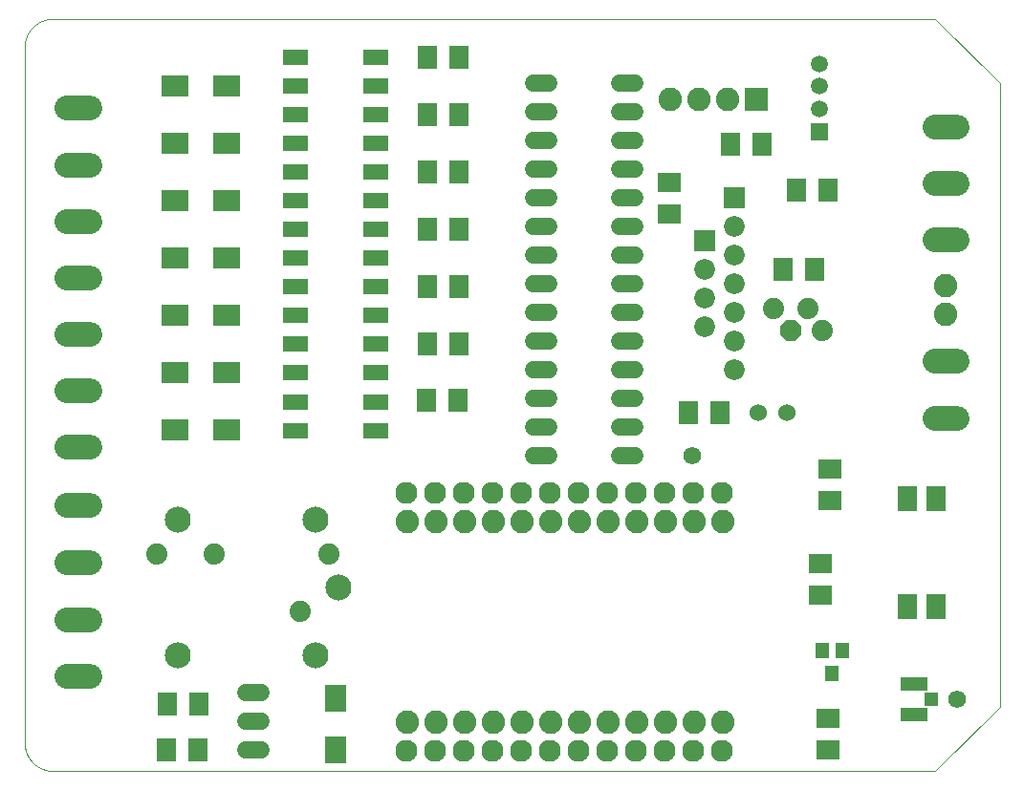
<source format=gts>
G75*
%MOIN*%
%OFA0B0*%
%FSLAX25Y25*%
%IPPOS*%
%LPD*%
%AMOC8*
5,1,8,0,0,1.08239X$1,22.5*
%
%ADD10C,0.00100*%
%ADD11R,0.07887X0.07099*%
%ADD12C,0.08200*%
%ADD13R,0.07099X0.07887*%
%ADD14R,0.08800X0.05800*%
%ADD15C,0.08600*%
%ADD16C,0.07400*%
%ADD17C,0.06000*%
%ADD18R,0.07099X0.08674*%
%ADD19C,0.06200*%
%ADD20R,0.09461X0.04934*%
%ADD21R,0.04934X0.04737*%
%ADD22R,0.07225X0.07225*%
%ADD23C,0.07225*%
%ADD24C,0.06000*%
%ADD25C,0.09068*%
%ADD26R,0.09800X0.07769*%
%ADD27R,0.05950X0.05950*%
%ADD28C,0.05950*%
%ADD29R,0.04800X0.05300*%
%ADD30C,0.07700*%
%ADD31R,0.07769X0.09800*%
%ADD32OC8,0.07400*%
%ADD33R,0.08200X0.08200*%
D10*
X0057595Y0046433D02*
X0057595Y0288933D01*
X0057598Y0289175D01*
X0057607Y0289416D01*
X0057621Y0289657D01*
X0057642Y0289898D01*
X0057668Y0290138D01*
X0057700Y0290378D01*
X0057738Y0290617D01*
X0057781Y0290854D01*
X0057831Y0291091D01*
X0057886Y0291326D01*
X0057946Y0291560D01*
X0058013Y0291792D01*
X0058084Y0292023D01*
X0058162Y0292252D01*
X0058245Y0292479D01*
X0058333Y0292704D01*
X0058427Y0292927D01*
X0058526Y0293147D01*
X0058631Y0293365D01*
X0058740Y0293580D01*
X0058855Y0293793D01*
X0058975Y0294003D01*
X0059100Y0294209D01*
X0059230Y0294413D01*
X0059365Y0294614D01*
X0059505Y0294811D01*
X0059649Y0295005D01*
X0059798Y0295195D01*
X0059952Y0295381D01*
X0060110Y0295564D01*
X0060272Y0295743D01*
X0060439Y0295918D01*
X0060610Y0296089D01*
X0060785Y0296256D01*
X0060964Y0296418D01*
X0061147Y0296576D01*
X0061333Y0296730D01*
X0061523Y0296879D01*
X0061717Y0297023D01*
X0061914Y0297163D01*
X0062115Y0297298D01*
X0062319Y0297428D01*
X0062525Y0297553D01*
X0062735Y0297673D01*
X0062948Y0297788D01*
X0063163Y0297897D01*
X0063381Y0298002D01*
X0063601Y0298101D01*
X0063824Y0298195D01*
X0064049Y0298283D01*
X0064276Y0298366D01*
X0064505Y0298444D01*
X0064736Y0298515D01*
X0064968Y0298582D01*
X0065202Y0298642D01*
X0065437Y0298697D01*
X0065674Y0298747D01*
X0065911Y0298790D01*
X0066150Y0298828D01*
X0066390Y0298860D01*
X0066630Y0298886D01*
X0066871Y0298907D01*
X0067112Y0298921D01*
X0067353Y0298930D01*
X0067595Y0298933D01*
X0375095Y0298933D01*
X0397595Y0276433D01*
X0397595Y0058933D01*
X0375095Y0036433D01*
X0067595Y0036433D01*
X0067353Y0036436D01*
X0067112Y0036445D01*
X0066871Y0036459D01*
X0066630Y0036480D01*
X0066390Y0036506D01*
X0066150Y0036538D01*
X0065911Y0036576D01*
X0065674Y0036619D01*
X0065437Y0036669D01*
X0065202Y0036724D01*
X0064968Y0036784D01*
X0064736Y0036851D01*
X0064505Y0036922D01*
X0064276Y0037000D01*
X0064049Y0037083D01*
X0063824Y0037171D01*
X0063601Y0037265D01*
X0063381Y0037364D01*
X0063163Y0037469D01*
X0062948Y0037578D01*
X0062735Y0037693D01*
X0062525Y0037813D01*
X0062319Y0037938D01*
X0062115Y0038068D01*
X0061914Y0038203D01*
X0061717Y0038343D01*
X0061523Y0038487D01*
X0061333Y0038636D01*
X0061147Y0038790D01*
X0060964Y0038948D01*
X0060785Y0039110D01*
X0060610Y0039277D01*
X0060439Y0039448D01*
X0060272Y0039623D01*
X0060110Y0039802D01*
X0059952Y0039985D01*
X0059798Y0040171D01*
X0059649Y0040361D01*
X0059505Y0040555D01*
X0059365Y0040752D01*
X0059230Y0040953D01*
X0059100Y0041157D01*
X0058975Y0041363D01*
X0058855Y0041573D01*
X0058740Y0041786D01*
X0058631Y0042001D01*
X0058526Y0042219D01*
X0058427Y0042439D01*
X0058333Y0042662D01*
X0058245Y0042887D01*
X0058162Y0043114D01*
X0058084Y0043343D01*
X0058013Y0043574D01*
X0057946Y0043806D01*
X0057886Y0044040D01*
X0057831Y0044275D01*
X0057781Y0044512D01*
X0057738Y0044749D01*
X0057700Y0044988D01*
X0057668Y0045228D01*
X0057642Y0045468D01*
X0057621Y0045709D01*
X0057607Y0045950D01*
X0057598Y0046191D01*
X0057595Y0046433D01*
D11*
X0282345Y0230921D03*
X0282345Y0241945D03*
X0338461Y0141919D03*
X0338461Y0130896D03*
X0334934Y0108803D03*
X0334934Y0097780D03*
X0337595Y0054945D03*
X0337595Y0043921D03*
D12*
X0300883Y0053539D03*
X0290883Y0053539D03*
X0280883Y0053539D03*
X0270883Y0053539D03*
X0260883Y0053539D03*
X0250883Y0053539D03*
X0240883Y0053539D03*
X0230883Y0053539D03*
X0220883Y0053539D03*
X0210883Y0053539D03*
X0200883Y0053539D03*
X0190883Y0053539D03*
X0190883Y0123539D03*
X0200883Y0123539D03*
X0210883Y0123539D03*
X0220883Y0123539D03*
X0230883Y0123539D03*
X0240883Y0123539D03*
X0250883Y0123539D03*
X0260883Y0123539D03*
X0270883Y0123539D03*
X0280883Y0123539D03*
X0290883Y0123539D03*
X0300883Y0123539D03*
X0378595Y0195683D03*
X0378595Y0205683D03*
X0302595Y0270958D03*
X0292595Y0270908D03*
X0282595Y0270958D03*
D13*
X0303833Y0255183D03*
X0314857Y0255183D03*
X0326833Y0239183D03*
X0337857Y0239183D03*
X0333107Y0211433D03*
X0322083Y0211433D03*
X0300107Y0161433D03*
X0289083Y0161433D03*
X0208717Y0165705D03*
X0197694Y0165705D03*
X0198087Y0185390D03*
X0209111Y0185390D03*
X0209111Y0205390D03*
X0198087Y0205390D03*
X0198087Y0225390D03*
X0209111Y0225390D03*
X0209111Y0245390D03*
X0198087Y0245390D03*
X0198087Y0265390D03*
X0209111Y0265390D03*
X0209111Y0285390D03*
X0198087Y0285390D03*
X0118457Y0059783D03*
X0107433Y0059783D03*
X0107173Y0043743D03*
X0118197Y0043743D03*
D14*
X0152099Y0155311D03*
X0152099Y0165311D03*
X0152099Y0175390D03*
X0152099Y0185390D03*
X0152099Y0195390D03*
X0152099Y0205390D03*
X0152099Y0215390D03*
X0152099Y0225390D03*
X0152099Y0235390D03*
X0152099Y0245390D03*
X0152099Y0255390D03*
X0152099Y0265390D03*
X0152099Y0275390D03*
X0152099Y0285390D03*
X0180099Y0285390D03*
X0180099Y0275390D03*
X0180099Y0265390D03*
X0180099Y0255390D03*
X0180099Y0245390D03*
X0180099Y0235390D03*
X0180099Y0225390D03*
X0180099Y0215390D03*
X0180099Y0205390D03*
X0180099Y0195390D03*
X0180099Y0185390D03*
X0180099Y0175390D03*
X0180099Y0165311D03*
X0180099Y0155311D03*
D15*
X0080294Y0149359D02*
X0072494Y0149359D01*
X0072494Y0169159D02*
X0080294Y0169159D01*
X0080294Y0188859D02*
X0072494Y0188859D01*
X0072494Y0208559D02*
X0080294Y0208559D01*
X0080294Y0228259D02*
X0072494Y0228259D01*
X0072494Y0247959D02*
X0080294Y0247959D01*
X0080294Y0267759D02*
X0072494Y0267759D01*
X0072494Y0129065D02*
X0080294Y0129065D01*
X0080294Y0109265D02*
X0072494Y0109265D01*
X0072455Y0089128D02*
X0080255Y0089128D01*
X0080255Y0069328D02*
X0072455Y0069328D01*
X0374896Y0159565D02*
X0382696Y0159565D01*
X0382696Y0179365D02*
X0374896Y0179365D01*
X0374945Y0221733D02*
X0382745Y0221733D01*
X0382745Y0241433D02*
X0374945Y0241433D01*
X0374945Y0261133D02*
X0382745Y0261133D01*
D16*
X0330595Y0197746D03*
X0335595Y0190120D03*
X0318595Y0197746D03*
X0163745Y0112236D03*
X0153745Y0092236D03*
X0123745Y0112236D03*
X0103745Y0112236D03*
D17*
X0134865Y0063853D02*
X0140065Y0063853D01*
X0140065Y0053853D02*
X0134865Y0053853D01*
X0134865Y0043853D02*
X0140065Y0043853D01*
X0235135Y0146453D02*
X0240335Y0146453D01*
X0240335Y0156453D02*
X0235135Y0156453D01*
X0235135Y0166453D02*
X0240335Y0166453D01*
X0240335Y0176453D02*
X0235135Y0176453D01*
X0235135Y0186453D02*
X0240335Y0186453D01*
X0240335Y0196453D02*
X0235135Y0196453D01*
X0235135Y0206453D02*
X0240335Y0206453D01*
X0240335Y0216453D02*
X0235135Y0216453D01*
X0235135Y0226453D02*
X0240335Y0226453D01*
X0240335Y0236453D02*
X0235135Y0236453D01*
X0235135Y0246453D02*
X0240335Y0246453D01*
X0240335Y0256453D02*
X0235135Y0256453D01*
X0235135Y0266453D02*
X0240335Y0266453D01*
X0240335Y0276453D02*
X0235135Y0276453D01*
X0265135Y0276453D02*
X0270335Y0276453D01*
X0270335Y0266453D02*
X0265135Y0266453D01*
X0265135Y0256453D02*
X0270335Y0256453D01*
X0270335Y0246453D02*
X0265135Y0246453D01*
X0265135Y0236453D02*
X0270335Y0236453D01*
X0270335Y0226453D02*
X0265135Y0226453D01*
X0265135Y0216453D02*
X0270335Y0216453D01*
X0270335Y0206453D02*
X0265135Y0206453D01*
X0265135Y0196453D02*
X0270335Y0196453D01*
X0270335Y0186453D02*
X0265135Y0186453D01*
X0265135Y0176453D02*
X0270335Y0176453D01*
X0270335Y0166453D02*
X0265135Y0166453D01*
X0265135Y0156453D02*
X0270335Y0156453D01*
X0270335Y0146453D02*
X0265135Y0146453D01*
D18*
X0365470Y0131338D03*
X0375470Y0131338D03*
X0375470Y0093779D03*
X0365470Y0093779D03*
D19*
X0382595Y0061433D03*
X0290345Y0146433D03*
D20*
X0367595Y0066846D03*
X0367595Y0056020D03*
D21*
X0373599Y0061433D03*
D22*
X0294595Y0221433D03*
X0305095Y0236433D03*
D23*
X0305095Y0226433D03*
X0305095Y0216433D03*
X0294595Y0211433D03*
X0305095Y0206433D03*
X0294595Y0201433D03*
X0305095Y0196433D03*
X0294595Y0191433D03*
X0305095Y0186433D03*
X0305095Y0176433D03*
D24*
X0313345Y0161433D03*
X0323345Y0161433D03*
D25*
X0166985Y0100433D03*
X0159111Y0124055D03*
X0111079Y0124055D03*
X0111079Y0076811D03*
X0159111Y0076811D03*
D26*
X0128135Y0155433D03*
X0110056Y0155433D03*
X0110056Y0175433D03*
X0128135Y0175433D03*
X0128135Y0195433D03*
X0110056Y0195433D03*
X0110056Y0215433D03*
X0128135Y0215433D03*
X0128135Y0235433D03*
X0110056Y0235433D03*
X0110056Y0255433D03*
X0128135Y0255433D03*
X0128135Y0275433D03*
X0110056Y0275433D03*
D27*
X0334595Y0259622D03*
D28*
X0334595Y0267496D03*
X0334595Y0275370D03*
X0334595Y0283244D03*
D29*
X0335595Y0078433D03*
X0342595Y0078433D03*
X0339095Y0070433D03*
D30*
X0300845Y0043433D03*
X0290845Y0043433D03*
X0280845Y0043433D03*
X0270845Y0043433D03*
X0260845Y0043433D03*
X0250845Y0043433D03*
X0240845Y0043433D03*
X0230845Y0043433D03*
X0220845Y0043433D03*
X0210845Y0043433D03*
X0200845Y0043433D03*
X0190845Y0043433D03*
X0190845Y0133558D03*
X0200845Y0133558D03*
X0210845Y0133558D03*
X0220845Y0133558D03*
X0230845Y0133558D03*
X0240845Y0133558D03*
X0250845Y0133558D03*
X0260845Y0133558D03*
X0270845Y0133558D03*
X0280845Y0133558D03*
X0290845Y0133558D03*
X0300845Y0133558D03*
D31*
X0166095Y0061972D03*
X0166095Y0043894D03*
D32*
X0324595Y0190120D03*
D33*
X0312620Y0270908D03*
M02*

</source>
